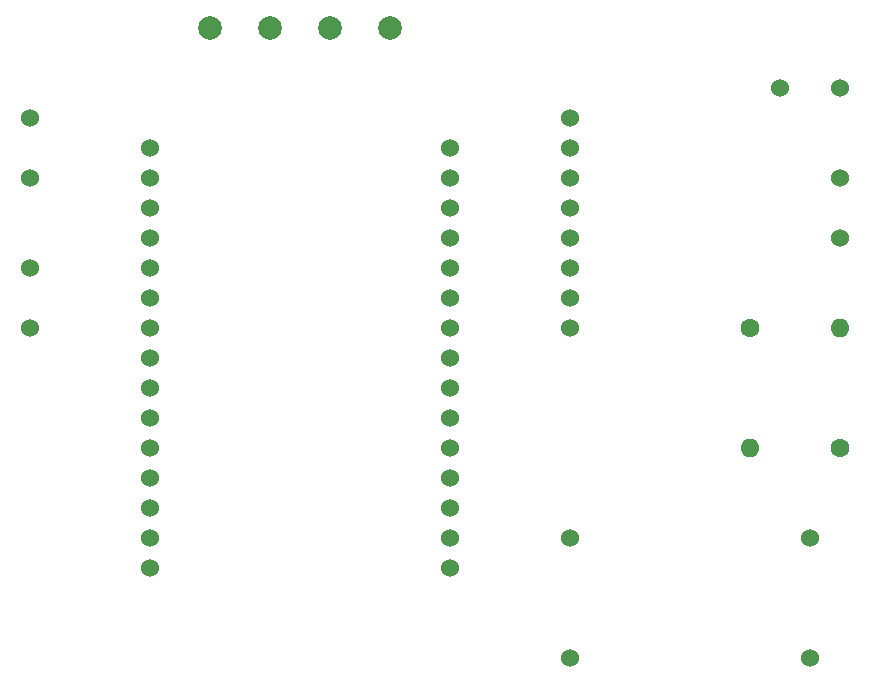
<source format=gbr>
%TF.GenerationSoftware,KiCad,Pcbnew,7.0.8*%
%TF.CreationDate,2025-10-26T01:44:15+02:00*%
%TF.ProjectId,Gyroskopicky-ovladac,4779726f-736b-46f7-9069-636b792d6f76,rev?*%
%TF.SameCoordinates,Original*%
%TF.FileFunction,Soldermask,Bot*%
%TF.FilePolarity,Negative*%
%FSLAX46Y46*%
G04 Gerber Fmt 4.6, Leading zero omitted, Abs format (unit mm)*
G04 Created by KiCad (PCBNEW 7.0.8) date 2025-10-26 01:44:15*
%MOMM*%
%LPD*%
G01*
G04 APERTURE LIST*
%ADD10C,2.000000*%
%ADD11C,1.600000*%
%ADD12O,1.600000X1.600000*%
%ADD13C,1.524000*%
G04 APERTURE END LIST*
D10*
%TO.C,OLED1*%
X78740000Y-58420000D03*
X83820000Y-58420000D03*
X88900000Y-58420000D03*
X93980000Y-58420000D03*
%TD*%
D11*
%TO.C,R1*%
X132080000Y-93980000D03*
D12*
X132080000Y-83820000D03*
%TD*%
D13*
%TO.C,Menu1*%
X63500000Y-78740000D03*
X63500000Y-83820000D03*
%TD*%
%TO.C,Switch1*%
X127000000Y-63500000D03*
X132080000Y-63500000D03*
%TD*%
D11*
%TO.C,R2*%
X124460000Y-83820000D03*
D12*
X124460000Y-93980000D03*
%TD*%
D13*
%TO.C,Reboot1*%
X63500000Y-66040000D03*
X63500000Y-71120000D03*
%TD*%
%TO.C,Regulator3V3*%
X129540000Y-111760000D03*
X129540000Y-101600000D03*
X109220000Y-111760000D03*
X109220000Y-101600000D03*
%TD*%
%TO.C,ESP1*%
X99060000Y-104140000D03*
X99060000Y-101600000D03*
X99060000Y-99060000D03*
X99060000Y-96520000D03*
X99060000Y-93980000D03*
X99060000Y-91440000D03*
X99060000Y-88900000D03*
X99060000Y-86360000D03*
X99060000Y-83820000D03*
X99060000Y-81280000D03*
X99060000Y-78740000D03*
X99060000Y-76200000D03*
X99060000Y-73660000D03*
X99060000Y-71120000D03*
X99060000Y-68580000D03*
X73660000Y-104140000D03*
X73660000Y-101600000D03*
X73660000Y-99060000D03*
X73660000Y-96520000D03*
X73660000Y-93980000D03*
X73660000Y-91440000D03*
X73660000Y-88900000D03*
X73660000Y-86360000D03*
X73660000Y-83820000D03*
X73660000Y-81280000D03*
X73660000Y-78740000D03*
X73660000Y-76200000D03*
X73660000Y-73660000D03*
X73660000Y-71120000D03*
X73660000Y-68580000D03*
%TD*%
%TO.C,MPU1*%
X109220000Y-66040000D03*
X109220000Y-68580000D03*
X109220000Y-71120000D03*
X109220000Y-73660000D03*
X109220000Y-76200000D03*
X109220000Y-78740000D03*
X109220000Y-81280000D03*
X109220000Y-83820000D03*
%TD*%
%TO.C,Battery1*%
X132080000Y-76200000D03*
X132080000Y-71120000D03*
%TD*%
M02*

</source>
